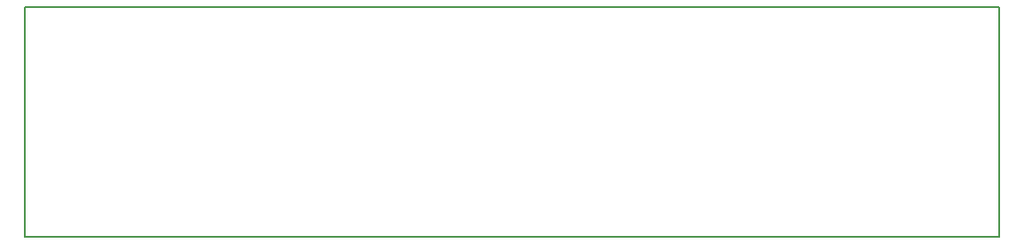
<source format=gbr>
G04 #@! TF.GenerationSoftware,KiCad,Pcbnew,5.0.0-fee4fd1~66~ubuntu16.04.1*
G04 #@! TF.CreationDate,2018-09-26T21:25:10+02:00*
G04 #@! TF.ProjectId,bus-splitter,6275732D73706C69747465722E6B6963,A*
G04 #@! TF.SameCoordinates,Original*
G04 #@! TF.FileFunction,Profile,NP*
%FSLAX46Y46*%
G04 Gerber Fmt 4.6, Leading zero omitted, Abs format (unit mm)*
G04 Created by KiCad (PCBNEW 5.0.0-fee4fd1~66~ubuntu16.04.1) date Wed Sep 26 21:25:10 2018*
%MOMM*%
%LPD*%
G01*
G04 APERTURE LIST*
%ADD10C,0.150000*%
G04 APERTURE END LIST*
D10*
X100000000Y-97000000D02*
X100000000Y-75000000D01*
X193000000Y-97000000D02*
X100000000Y-97000000D01*
X193000000Y-75000000D02*
X193000000Y-97000000D01*
X100000000Y-75000000D02*
X193000000Y-75000000D01*
M02*

</source>
